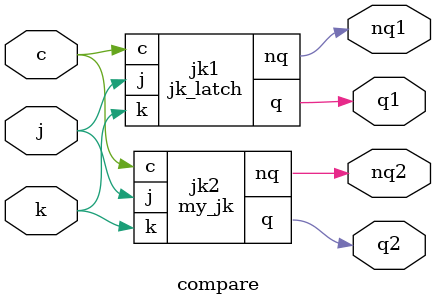
<source format=sv>
module d_latch(output q, nq, input en, d);
logic r, s, nr, ns;
nand gq(q, nr, nq), gnq(nq, ns, q),
  gr(nr, en, r), gs(ns, nr, en, s),
gr1(r, nr, s), gs1(s, ns, d);
endmodule

module t_latch(output q, nq, input c, t);
  d_latch latch(q,nq,c,((t&nq)^(!t&q)));
endmodule

module jk_latch(output q, nq, input c, j, k);
  d_latch latch(q,nq,c,((j&nq)^(!k&q)));
endmodule

// https://www.allaboutcircuits.com/technical-articles/conversion-of-t-flip-flops-part-v/
module my_jk(output q, nq, input c, j, k);
  t_latch tl(q,nq,c,j^k);
endmodule


module compare(output q1,q2,nq1,nq2, input c,j,k);
  jk_latch jk1(q1,nq1,c,j,k);
  my_jk jk2(q2,nq2,c,j,k);
endmodule

</source>
